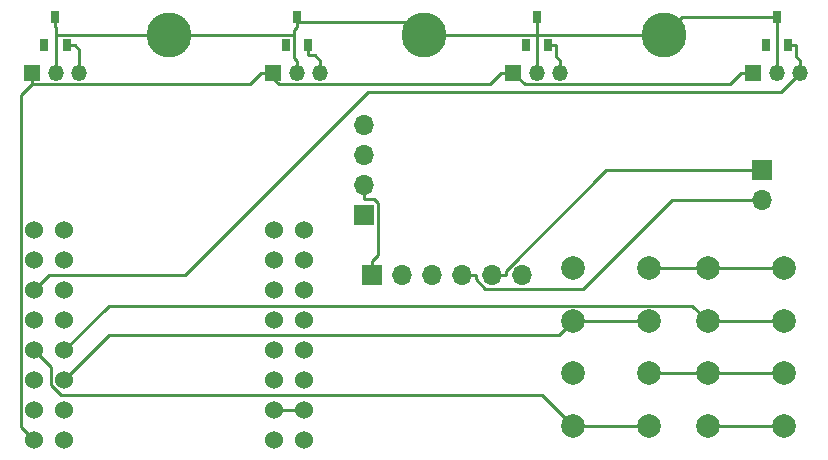
<source format=gbr>
%TF.GenerationSoftware,KiCad,Pcbnew,(6.0.7)*%
%TF.CreationDate,2023-01-30T12:50:42-06:00*%
%TF.ProjectId,LASK4,4c41534b-342e-46b6-9963-61645f706362,rev?*%
%TF.SameCoordinates,Original*%
%TF.FileFunction,Copper,L1,Top*%
%TF.FilePolarity,Positive*%
%FSLAX46Y46*%
G04 Gerber Fmt 4.6, Leading zero omitted, Abs format (unit mm)*
G04 Created by KiCad (PCBNEW (6.0.7)) date 2023-01-30 12:50:42*
%MOMM*%
%LPD*%
G01*
G04 APERTURE LIST*
%TA.AperFunction,ComponentPad*%
%ADD10C,3.800000*%
%TD*%
%TA.AperFunction,ComponentPad*%
%ADD11R,1.350000X1.350000*%
%TD*%
%TA.AperFunction,ComponentPad*%
%ADD12O,1.350000X1.350000*%
%TD*%
%TA.AperFunction,ComponentPad*%
%ADD13C,2.000000*%
%TD*%
%TA.AperFunction,ComponentPad*%
%ADD14R,1.700000X1.700000*%
%TD*%
%TA.AperFunction,ComponentPad*%
%ADD15O,1.700000X1.700000*%
%TD*%
%TA.AperFunction,SMDPad,CuDef*%
%ADD16R,0.700000X1.000000*%
%TD*%
%TA.AperFunction,ComponentPad*%
%ADD17C,1.524000*%
%TD*%
%TA.AperFunction,Conductor*%
%ADD18C,0.250000*%
%TD*%
G04 APERTURE END LIST*
D10*
%TO.P,H7,1,1*%
%TO.N,GND*%
X147320000Y-76200000D03*
%TD*%
%TO.P,H6,1,1*%
%TO.N,GND*%
X189230000Y-76200000D03*
%TD*%
%TO.P,H5,1,1*%
%TO.N,GND*%
X168910000Y-76200000D03*
%TD*%
D11*
%TO.P,H4,1,VCC*%
%TO.N,+3.3V*%
X196755000Y-79375000D03*
D12*
%TO.P,H4,2,GND*%
%TO.N,GND*%
X198755000Y-79375000D03*
%TO.P,H4,3,Vout*%
%TO.N,/GPIO_5_ADC1_4*%
X200755000Y-79375000D03*
%TD*%
D13*
%TO.P,Select1,1,1*%
%TO.N,GND*%
X192890000Y-95940000D03*
X199390000Y-95940000D03*
%TO.P,Select1,2,2*%
%TO.N,/Select*%
X199390000Y-100440000D03*
X192890000Y-100440000D03*
%TD*%
D14*
%TO.P,S1,1,GND*%
%TO.N,GND*%
X163830000Y-91440000D03*
D15*
%TO.P,S1,2,VCC*%
%TO.N,+5V*%
X163830000Y-88900000D03*
%TO.P,S1,3,SCL*%
%TO.N,/SCL33*%
X163830000Y-86360000D03*
%TO.P,S1,4,SDA*%
%TO.N,/SDA34*%
X163830000Y-83820000D03*
%TD*%
D11*
%TO.P,H2,1,VCC*%
%TO.N,+3.3V*%
X156115000Y-79375000D03*
D12*
%TO.P,H2,2,GND*%
%TO.N,GND*%
X158115000Y-79375000D03*
%TO.P,H2,3,Vout*%
%TO.N,/GPIO_3_ADC1_2*%
X160115000Y-79375000D03*
%TD*%
D11*
%TO.P,H3,1,VCC*%
%TO.N,+3.3V*%
X176435000Y-79375000D03*
D12*
%TO.P,H3,2,GND*%
%TO.N,GND*%
X178435000Y-79375000D03*
%TO.P,H3,3,Vout*%
%TO.N,/GPIO_4_ADC1_3*%
X180435000Y-79375000D03*
%TD*%
D13*
%TO.P,Up1,1,1*%
%TO.N,GND*%
X187960000Y-95940000D03*
X181460000Y-95940000D03*
%TO.P,Up1,2,2*%
%TO.N,/Up*%
X187960000Y-100440000D03*
X181460000Y-100440000D03*
%TD*%
D16*
%TO.P,U1,1,VCC*%
%TO.N,unconnected-(U1-Pad1)*%
X136718000Y-77076000D03*
%TO.P,U1,2,VOUT*%
%TO.N,/GPIO_2_ADC1_1*%
X138618000Y-77076000D03*
%TO.P,U1,3,GND*%
%TO.N,GND*%
X137668000Y-74676000D03*
%TD*%
D13*
%TO.P,Down1,1,1*%
%TO.N,GND*%
X187960000Y-104775000D03*
X181460000Y-104775000D03*
%TO.P,Down1,2,2*%
%TO.N,/Down*%
X181460000Y-109275000D03*
X187960000Y-109275000D03*
%TD*%
D16*
%TO.P,U2,1,VCC*%
%TO.N,unconnected-(U2-Pad1)*%
X157165000Y-77076000D03*
%TO.P,U2,2,VOUT*%
%TO.N,/GPIO_3_ADC1_2*%
X159065000Y-77076000D03*
%TO.P,U2,3,GND*%
%TO.N,GND*%
X158115000Y-74676000D03*
%TD*%
%TO.P,U4,1,VCC*%
%TO.N,unconnected-(U4-Pad1)*%
X197805000Y-77076000D03*
%TO.P,U4,2,VOUT*%
%TO.N,/GPIO_5_ADC1_4*%
X199705000Y-77076000D03*
%TO.P,U4,3,GND*%
%TO.N,GND*%
X198755000Y-74676000D03*
%TD*%
%TO.P,U3,1,VCC*%
%TO.N,unconnected-(U3-Pad1)*%
X177485000Y-77076000D03*
%TO.P,U3,2,VOUT*%
%TO.N,/GPIO_4_ADC1_3*%
X179385000Y-77076000D03*
%TO.P,U3,3,GND*%
%TO.N,GND*%
X178435000Y-74676000D03*
%TD*%
D13*
%TO.P,Start1,1,1*%
%TO.N,GND*%
X199390000Y-104775000D03*
X192890000Y-104775000D03*
%TO.P,Start1,2,2*%
%TO.N,/Start*%
X199390000Y-109275000D03*
X192890000Y-109275000D03*
%TD*%
D11*
%TO.P,H1,1,VCC*%
%TO.N,+3.3V*%
X135700000Y-79375000D03*
D12*
%TO.P,H1,2,GND*%
%TO.N,GND*%
X137700000Y-79375000D03*
%TO.P,H1,3,Vout*%
%TO.N,/GPIO_2_ADC1_1*%
X139700000Y-79375000D03*
%TD*%
D14*
%TO.P,U5,1,VIN*%
%TO.N,+5V*%
X164465000Y-96520000D03*
D15*
%TO.P,U5,2,IN-GND*%
%TO.N,GND*%
X167005000Y-96520000D03*
%TO.P,U5,3,BAT-GND*%
%TO.N,/BatGND*%
X169545000Y-96520000D03*
%TO.P,U5,4,BAT+*%
%TO.N,/BatV3-7*%
X172085000Y-96520000D03*
%TO.P,U5,5,OUT-GND*%
%TO.N,/BatGND*%
X174625000Y-96520000D03*
%TO.P,U5,6,OUT-5V*%
%TO.N,+5V*%
X177165000Y-96520000D03*
%TD*%
D17*
%TO.P,U6,0,EN*%
%TO.N,unconnected-(U6-Pad0)*%
X135890000Y-92710000D03*
%TO.P,U6,1,ADC1_0*%
%TO.N,unconnected-(U6-Pad1)*%
X138430000Y-92710000D03*
%TO.P,U6,2,ADC1_1*%
%TO.N,/GPIO_2_ADC1_1*%
X138430000Y-95250000D03*
%TO.P,U6,3,ADC1_2*%
%TO.N,/GPIO_3_ADC1_2*%
X135890000Y-95250000D03*
%TO.P,U6,4,ADC1_3*%
%TO.N,/GPIO_4_ADC1_3*%
X138430000Y-97790000D03*
%TO.P,U6,5,ADC1_4*%
%TO.N,/GPIO_5_ADC1_4*%
X135890000Y-97790000D03*
%TO.P,U6,6,ADC1_5*%
%TO.N,unconnected-(U6-Pad6)*%
X138430000Y-100330000D03*
%TO.P,U6,7,ADC1_6*%
%TO.N,/Start*%
X135890000Y-100330000D03*
%TO.P,U6,8,ADC1_7*%
%TO.N,/Select*%
X138430000Y-102870000D03*
%TO.P,U6,9,ADC1_8*%
%TO.N,/Down*%
X135890000Y-102870000D03*
%TO.P,U6,10,ADC1_9*%
%TO.N,/Up*%
X138430000Y-105410000D03*
%TO.P,U6,11,ADC2_0*%
%TO.N,unconnected-(U6-Pad11)*%
X135890000Y-105410000D03*
%TO.P,U6,12,ADC2_1*%
%TO.N,unconnected-(U6-Pad12)*%
X135890000Y-107950000D03*
%TO.P,U6,13,ADC2_2*%
%TO.N,unconnected-(U6-Pad13)*%
X138430000Y-107950000D03*
%TO.P,U6,14,ADC2_3*%
%TO.N,unconnected-(U6-Pad14)*%
X138430000Y-110490000D03*
%TO.P,U6,15,ADC2_4*%
%TO.N,unconnected-(U6-Pad15)*%
X156210000Y-110490000D03*
%TO.P,U6,16,ADC2_5*%
%TO.N,unconnected-(U6-Pad16)*%
X158750000Y-105410000D03*
%TO.P,U6,17,ADC2_6*%
%TO.N,unconnected-(U6-Pad17)*%
X156210000Y-105410000D03*
%TO.P,U6,18,ADC2_7*%
%TO.N,unconnected-(U6-Pad18)*%
X158750000Y-102870000D03*
%TO.P,U6,21,21*%
%TO.N,unconnected-(U6-Pad21)*%
X156210000Y-102870000D03*
%TO.P,U6,33,FSPI_HD_io4*%
%TO.N,/SCL33*%
X158750000Y-100330000D03*
%TO.P,U6,34,FSPI_SCO_dqs*%
%TO.N,/SDA34*%
X156210000Y-100330000D03*
%TO.P,U6,35,FSPI_D_io6*%
%TO.N,unconnected-(U6-Pad35)*%
X158750000Y-97790000D03*
%TO.P,U6,36,FSPI_CLK_io7*%
%TO.N,unconnected-(U6-Pad36)*%
X156210000Y-97790000D03*
%TO.P,U6,37,FSPI_Q*%
%TO.N,unconnected-(U6-Pad37)*%
X158750000Y-95250000D03*
%TO.P,U6,38,FSPI_WP*%
%TO.N,unconnected-(U6-Pad38)*%
X156210000Y-95250000D03*
%TO.P,U6,39,CLK3*%
%TO.N,unconnected-(U6-Pad39)*%
X158750000Y-92710000D03*
%TO.P,U6,40,CLK2*%
%TO.N,unconnected-(U6-Pad40)*%
X156210000Y-92710000D03*
%TO.P,U6,129,GND*%
%TO.N,GND*%
X156210000Y-107950000D03*
%TO.P,U6,130,GND*%
X158750000Y-107950000D03*
%TO.P,U6,133,3.3V*%
%TO.N,+3.3V*%
X135890000Y-110490000D03*
%TO.P,U6,150,VBUS*%
%TO.N,+5V*%
X158750000Y-110490000D03*
%TD*%
D14*
%TO.P,J1,1,Pin_1*%
%TO.N,/BatGND*%
X197485000Y-87630000D03*
D15*
%TO.P,J1,2,Pin_2*%
%TO.N,/BatV3-7*%
X197485000Y-90170000D03*
%TD*%
D18*
%TO.N,/Up*%
X180300000Y-101600000D02*
X181460000Y-100440000D01*
X142240000Y-101600000D02*
X180300000Y-101600000D01*
X138430000Y-105410000D02*
X142240000Y-101600000D01*
X181460000Y-100440000D02*
X187960000Y-100440000D01*
%TO.N,/Start*%
X192890000Y-109275000D02*
X199390000Y-109275000D01*
%TO.N,/Select*%
X192890000Y-100440000D02*
X199390000Y-100440000D01*
X191564600Y-99114600D02*
X192890000Y-100440000D01*
X142185400Y-99114600D02*
X191564600Y-99114600D01*
X138430000Y-102870000D02*
X142185400Y-99114600D01*
%TO.N,+5V*%
X164638100Y-90075300D02*
X163830000Y-90075300D01*
X165005300Y-90442500D02*
X164638100Y-90075300D01*
X165005300Y-94804400D02*
X165005300Y-90442500D01*
X164465000Y-95344700D02*
X165005300Y-94804400D01*
X164465000Y-96520000D02*
X164465000Y-95344700D01*
X163830000Y-88900000D02*
X163830000Y-90075300D01*
%TO.N,/BatV3-7*%
X173260300Y-96887400D02*
X173260300Y-96520000D01*
X174068200Y-97695300D02*
X173260300Y-96887400D01*
X182330300Y-97695300D02*
X174068200Y-97695300D01*
X189855600Y-90170000D02*
X182330300Y-97695300D01*
X197485000Y-90170000D02*
X189855600Y-90170000D01*
X172085000Y-96520000D02*
X173260300Y-96520000D01*
%TO.N,/BatGND*%
X175800300Y-96152700D02*
X175800300Y-96520000D01*
X184323000Y-87630000D02*
X175800300Y-96152700D01*
X197485000Y-87630000D02*
X184323000Y-87630000D01*
X174625000Y-96520000D02*
X175800300Y-96520000D01*
%TO.N,/GPIO_5_ADC1_4*%
X199109200Y-81020800D02*
X200755000Y-79375000D01*
X164152500Y-81020800D02*
X199109200Y-81020800D01*
X148653300Y-96520000D02*
X164152500Y-81020800D01*
X137160000Y-96520000D02*
X148653300Y-96520000D01*
X135890000Y-97790000D02*
X137160000Y-96520000D01*
X200380300Y-78000000D02*
X200755000Y-78374700D01*
X200380300Y-77076000D02*
X200380300Y-78000000D01*
X199705000Y-77076000D02*
X200380300Y-77076000D01*
X200755000Y-79375000D02*
X200755000Y-78374700D01*
%TO.N,/GPIO_4_ADC1_3*%
X180060300Y-78000000D02*
X180435000Y-78374700D01*
X180060300Y-77076000D02*
X180060300Y-78000000D01*
X179385000Y-77076000D02*
X180060300Y-77076000D01*
X180435000Y-79375000D02*
X180435000Y-78374700D01*
%TO.N,/GPIO_3_ADC1_2*%
X159641600Y-77901300D02*
X159065000Y-77901300D01*
X160115000Y-78374700D02*
X159641600Y-77901300D01*
X160115000Y-79375000D02*
X160115000Y-78374700D01*
X159065000Y-77076000D02*
X159065000Y-77901300D01*
%TO.N,/GPIO_2_ADC1_1*%
X139700000Y-77482700D02*
X139293300Y-77076000D01*
X139700000Y-79375000D02*
X139700000Y-77482700D01*
X138618000Y-77076000D02*
X139293300Y-77076000D01*
%TO.N,+3.3V*%
X196755000Y-79375000D02*
X195754700Y-79375000D01*
X194754400Y-80375300D02*
X195754700Y-79375000D01*
X177435300Y-80375300D02*
X194754400Y-80375300D01*
X176435000Y-79375000D02*
X177435300Y-80375300D01*
X156115000Y-79375000D02*
X155614900Y-79375000D01*
X155614900Y-79375000D02*
X155114700Y-79375000D01*
X174434400Y-80375300D02*
X175434700Y-79375000D01*
X156615200Y-80375300D02*
X174434400Y-80375300D01*
X155614900Y-79375000D02*
X156615200Y-80375300D01*
X176435000Y-79375000D02*
X175434700Y-79375000D01*
X135700000Y-79375000D02*
X135700000Y-80375300D01*
X154114400Y-80375300D02*
X155114700Y-79375000D01*
X135700000Y-80375300D02*
X154114400Y-80375300D01*
X134779000Y-81296300D02*
X135700000Y-80375300D01*
X134779000Y-109379000D02*
X134779000Y-81296300D01*
X135890000Y-110490000D02*
X134779000Y-109379000D01*
%TO.N,/Down*%
X187960000Y-109275000D02*
X181460000Y-109275000D01*
X178865000Y-106680000D02*
X181460000Y-109275000D01*
X138152900Y-106680000D02*
X178865000Y-106680000D01*
X137342600Y-105869700D02*
X138152900Y-106680000D01*
X137342600Y-104322600D02*
X137342600Y-105869700D01*
X135890000Y-102870000D02*
X137342600Y-104322600D01*
%TO.N,GND*%
X158750000Y-107950000D02*
X156210000Y-107950000D01*
X137668000Y-74676000D02*
X137668000Y-75501300D01*
X192890000Y-104775000D02*
X187960000Y-104775000D01*
X199390000Y-104775000D02*
X192890000Y-104775000D01*
X190754000Y-74676000D02*
X189230000Y-76200000D01*
X198755000Y-74676000D02*
X190754000Y-74676000D01*
X137700000Y-76200000D02*
X147320000Y-76200000D01*
X137700000Y-79375000D02*
X137700000Y-76200000D01*
X137700000Y-75533300D02*
X137668000Y-75501300D01*
X137700000Y-76200000D02*
X137700000Y-75533300D01*
X187960000Y-95940000D02*
X192890000Y-95940000D01*
X199390000Y-95940000D02*
X192890000Y-95940000D01*
X198755000Y-79375000D02*
X198755000Y-74676000D01*
X178435000Y-76200000D02*
X189230000Y-76200000D01*
X178435000Y-79375000D02*
X178435000Y-76200000D01*
X158115000Y-79375000D02*
X158115000Y-78374700D01*
X157865100Y-76200000D02*
X147320000Y-76200000D01*
X157865100Y-75751200D02*
X157865100Y-76200000D01*
X158115000Y-75501300D02*
X157865100Y-75751200D01*
X157865100Y-78124800D02*
X158115000Y-78374700D01*
X157865100Y-76200000D02*
X157865100Y-78124800D01*
X178435000Y-76200000D02*
X178435000Y-74676000D01*
X178435000Y-76200000D02*
X168910000Y-76200000D01*
X158115000Y-74676000D02*
X158115000Y-75088600D01*
X158115000Y-75088600D02*
X158115000Y-75501300D01*
X167798600Y-75088600D02*
X168910000Y-76200000D01*
X158115000Y-75088600D02*
X167798600Y-75088600D01*
%TD*%
M02*

</source>
